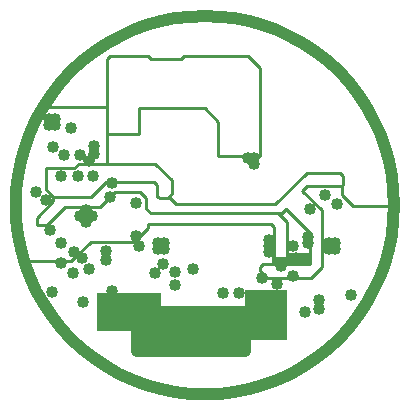
<source format=gbr>
G04 Layer_Physical_Order=3*
G04 Layer_Color=128*
%FSLAX25Y25*%
%MOIN*%
%TF.FileFunction,Copper,L3,Inr,Plane*%
%TF.Part,Single*%
G01*
G75*
%ADD38C,0.04000*%
%ADD39C,0.01000*%
%TA.AperFunction,ViaPad*%
%ADD47C,0.05362*%
%TA.AperFunction,ViaPad*%
%ADD48C,0.04000*%
%ADD49R,0.08000X0.05000*%
%ADD50R,0.07500X0.02500*%
%ADD51R,0.12510X0.02370*%
%ADD52R,0.13500X0.12500*%
%ADD53R,0.14000X0.17000*%
G36*
X406000Y274000D02*
X370000D01*
Y287000D01*
X406000D01*
Y274000D01*
D02*
G37*
D38*
Y287000D01*
X370000Y274000D02*
X406000D01*
X370000D02*
Y287000D01*
X406000D01*
X392579Y385761D02*
X397525Y385567D01*
X387633D02*
X392579Y385761D01*
X382717Y384985D02*
X387633Y385567D01*
X377862Y384019D02*
X382717Y384985D01*
X373098Y382676D02*
X377862Y384019D01*
X368454Y380962D02*
X373098Y382676D01*
X363959Y378890D02*
X368454Y380962D01*
X359640Y376471D02*
X363959Y378890D01*
X355524Y373722D02*
X359640Y376471D01*
X351637Y370657D02*
X355524Y373722D01*
X348002Y367297D02*
X351637Y370657D01*
X344642Y363662D02*
X348002Y367297D01*
X341578Y359775D02*
X344642Y363662D01*
X338828Y355659D02*
X341578Y359775D01*
X336409Y351340D02*
X338828Y355659D01*
X334337Y346845D02*
X336409Y351340D01*
X332623Y342201D02*
X334337Y346845D01*
X331280Y337437D02*
X332623Y342201D01*
X330314Y332582D02*
X331280Y337437D01*
X329732Y327667D02*
X330314Y332582D01*
X329538Y322721D02*
X329732Y327667D01*
X329538Y322721D02*
X329732Y317774D01*
X330314Y312859D01*
X331280Y308004D01*
X332623Y303240D01*
X334337Y298596D01*
X336409Y294101D01*
X338828Y289782D01*
X341578Y285666D01*
X344642Y281779D01*
X348002Y278144D01*
X351637Y274784D01*
X355524Y271720D01*
X359640Y268969D01*
X363959Y266551D01*
X368454Y264478D01*
X373098Y262765D01*
X377862Y261422D01*
X382717Y260456D01*
X387633Y259874D01*
X392579Y259680D01*
X397525Y259874D01*
X402441Y260456D01*
X407295Y261422D01*
X412059Y262765D01*
X416703Y264478D01*
X421199Y266551D01*
X425517Y268969D01*
X429633Y271720D01*
X433520Y274784D01*
X437155Y278144D01*
X440515Y281779D01*
X443580Y285666D01*
X446330Y289782D01*
X448748Y294101D01*
X450821Y298596D01*
X452534Y303240D01*
X453878Y308004D01*
X454843Y312859D01*
X455425Y317774D01*
X455619Y322721D01*
X455425Y327667D02*
X455619Y322721D01*
X454843Y332582D02*
X455425Y327667D01*
X453878Y337437D02*
X454843Y332582D01*
X452534Y342201D02*
X453878Y337437D01*
X450821Y346845D02*
X452534Y342201D01*
X448748Y351340D02*
X450821Y346845D01*
X446330Y355659D02*
X448748Y351340D01*
X443580Y359775D02*
X446330Y355659D01*
X440515Y363662D02*
X443580Y359775D01*
X437155Y367297D02*
X440515Y363662D01*
X433520Y370657D02*
X437155Y367297D01*
X429633Y373722D02*
X433520Y370657D01*
X425517Y376471D02*
X429633Y373722D01*
X421199Y378890D02*
X425517Y376471D01*
X416703Y380962D02*
X421199Y378890D01*
X412059Y382676D02*
X416703Y380962D01*
X407295Y384019D02*
X412059Y382676D01*
X402441Y384985D02*
X407295Y384019D01*
X397525Y385567D02*
X402441Y384985D01*
D39*
X373500Y372500D02*
X374500Y371500D01*
X384500D01*
X385500Y372500D01*
X407000D01*
X442000Y322500D02*
X456500D01*
X438250Y326250D02*
X442000Y322500D01*
X438250Y326250D02*
Y329250D01*
X415500Y303000D02*
X415630Y303130D01*
X339500Y328000D02*
X342062Y325438D01*
Y324062D02*
Y325438D01*
X420000Y306500D02*
X427500D01*
X417500Y319500D02*
X419500Y321500D01*
X425000Y327500D02*
X426500Y329000D01*
X425000Y327500D02*
X431500Y321000D01*
Y302000D02*
Y321000D01*
X428000Y298500D02*
X431500Y302000D01*
X413221Y298500D02*
X428000D01*
X410990Y300731D02*
X413221Y298500D01*
X410990Y300731D02*
Y301990D01*
X412000Y303000D01*
X415500D01*
X415630Y303130D02*
X427500D01*
Y304000D01*
Y313500D01*
X419500Y321500D02*
X427500Y313500D01*
X407000Y372500D02*
X411000Y368500D01*
Y339000D02*
Y368500D01*
X397000Y339000D02*
Y350500D01*
X392500Y355000D02*
X397000Y350500D01*
X370500Y355000D02*
X392500D01*
X360000Y346500D02*
X370500D01*
X360000D02*
Y371500D01*
X361000Y372500D01*
X373500D01*
X370500Y346500D02*
Y355000D01*
X397000Y339000D02*
X411000D01*
X376500Y325500D02*
Y329500D01*
X375500Y330500D02*
X376500Y329500D01*
X359500Y330500D02*
X375500D01*
X354500Y325500D02*
X359500Y330500D01*
X342062Y325500D02*
X354500D01*
X376500D02*
X377000D01*
X377500Y325000D01*
X380000D01*
X381500Y326500D01*
Y331000D01*
X376000Y336500D02*
X381500Y331000D01*
X350500Y336500D02*
X376000D01*
X339500Y335000D02*
X349000D01*
X339500Y328000D02*
Y335000D01*
X433500Y333500D02*
X437500D01*
X438500Y332500D01*
Y329500D02*
Y332500D01*
X438000Y329000D02*
X438500Y329500D01*
X426500Y329000D02*
X438000D01*
X374500Y320000D02*
X417500D01*
X373000Y321500D02*
X374500Y320000D01*
X373000Y321500D02*
Y325000D01*
X371000Y327000D02*
X373000Y325000D01*
X362500Y327000D02*
X371000D01*
X357510Y322010D02*
X362500Y327000D01*
X426500Y333500D02*
X434000D01*
X416000Y323000D02*
X426500Y333500D01*
X383000Y323000D02*
X416000D01*
X380500Y325500D02*
X383000Y323000D01*
X336500Y316000D02*
X340000D01*
X336500D02*
Y318500D01*
X342062Y324062D01*
X369000Y310500D02*
X373500Y315000D01*
X354500Y310500D02*
X369000D01*
X348000Y304000D02*
X354500Y310500D01*
X332500Y304000D02*
X348000D01*
X338987Y355500D02*
X360000D01*
X338828Y355659D02*
X338987Y355500D01*
X360000Y336500D02*
Y346500D01*
X373500Y316500D02*
X414500D01*
X415500Y315500D01*
Y305500D02*
Y315500D01*
Y305500D02*
X416500Y304500D01*
X419000D01*
X420000Y305500D01*
Y317000D01*
X417000Y320000D02*
X420000Y317000D01*
X416000Y320000D02*
X417000D01*
X373500Y315000D02*
Y316500D01*
X349000Y335000D02*
X350500Y336500D01*
X340000Y316000D02*
X346010Y322010D01*
X357510D01*
D47*
X365000Y290000D02*
D03*
Y285000D02*
D03*
X360000Y290000D02*
D03*
Y285000D02*
D03*
X416500Y281000D02*
D03*
X411500D02*
D03*
X416500Y286000D02*
D03*
X411500D02*
D03*
X416500Y291000D02*
D03*
X411500D02*
D03*
D48*
X409000Y336500D02*
D03*
Y338500D02*
D03*
X407000D02*
D03*
X345500Y339500D02*
D03*
X342000Y342000D02*
D03*
X340500Y349500D02*
D03*
X354000Y337500D02*
D03*
X342500Y349500D02*
D03*
Y351500D02*
D03*
X340500D02*
D03*
X361500Y330000D02*
D03*
X370500Y308929D02*
D03*
X352000Y290500D02*
D03*
X359500Y304500D02*
D03*
X341673Y293827D02*
D03*
X369500Y312500D02*
D03*
X348500Y300000D02*
D03*
X344500Y303500D02*
D03*
X351500Y305000D02*
D03*
X427000Y310000D02*
D03*
X423000Y305000D02*
D03*
X422000Y299000D02*
D03*
X417827Y302500D02*
D03*
X436000Y310000D02*
D03*
Y308000D02*
D03*
X361500Y294000D02*
D03*
X372000Y291000D02*
D03*
X341000Y314500D02*
D03*
X344500Y310000D02*
D03*
X339673Y324327D02*
D03*
X422000Y309000D02*
D03*
X414000Y307000D02*
D03*
Y309000D02*
D03*
Y311000D02*
D03*
X427468Y321532D02*
D03*
X427000Y312000D02*
D03*
X434000Y310000D02*
D03*
Y308000D02*
D03*
X436500Y323000D02*
D03*
X441327Y292827D02*
D03*
X430500Y291000D02*
D03*
X379000Y310000D02*
D03*
Y308000D02*
D03*
X377000Y310000D02*
D03*
Y308000D02*
D03*
X344500Y332500D02*
D03*
X353000Y319000D02*
D03*
X351000D02*
D03*
X353000Y317000D02*
D03*
X369500Y323500D02*
D03*
X336327Y327000D02*
D03*
X355000Y319000D02*
D03*
X350173Y332500D02*
D03*
X355327Y332500D02*
D03*
X361071Y325429D02*
D03*
X353000Y321000D02*
D03*
X355595Y339905D02*
D03*
X355500Y342500D02*
D03*
X359500Y307500D02*
D03*
X350929Y339441D02*
D03*
X348000Y348500D02*
D03*
X349000Y307000D02*
D03*
X354000Y301500D02*
D03*
X376000Y300000D02*
D03*
X378500Y303000D02*
D03*
X388500Y301500D02*
D03*
X382500Y300500D02*
D03*
X376000Y291000D02*
D03*
X416500Y296500D02*
D03*
X432500Y326000D02*
D03*
X430500Y288000D02*
D03*
X426000Y287000D02*
D03*
X411500Y298440D02*
D03*
X404000Y293500D02*
D03*
X398500D02*
D03*
X382500Y296000D02*
D03*
D49*
X374000Y291000D02*
D03*
D50*
X423750Y305250D02*
D03*
D51*
X421245Y304315D02*
D03*
D52*
X363250Y287250D02*
D03*
D53*
X413000Y286000D02*
D03*
%TF.MD5,4C27271031DDC790FD4076FF03553165*%
M02*

</source>
